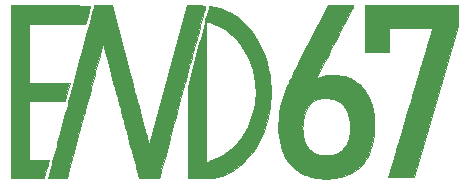
<source format=gto>
G04 #@! TF.GenerationSoftware,KiCad,Pcbnew,(5.1.4)-1*
G04 #@! TF.CreationDate,2019-11-10T23:30:46-05:00*
G04 #@! TF.ProjectId,END67vOutFirst,454e4436-3776-44f7-9574-46697273742e,rev?*
G04 #@! TF.SameCoordinates,Original*
G04 #@! TF.FileFunction,Legend,Top*
G04 #@! TF.FilePolarity,Positive*
%FSLAX46Y46*%
G04 Gerber Fmt 4.6, Leading zero omitted, Abs format (unit mm)*
G04 Created by KiCad (PCBNEW (5.1.4)-1) date 2019-11-10 23:30:46*
%MOMM*%
%LPD*%
G04 APERTURE LIST*
%ADD10C,0.010000*%
%ADD11C,3.602000*%
%ADD12C,1.852000*%
%ADD13C,4.089800*%
%ADD14O,1.802000X2.802000*%
%ADD15C,3.150000*%
G04 APERTURE END LIST*
D10*
G36*
X73089526Y-192918291D02*
G01*
X73090553Y-193833750D01*
X71210985Y-200199386D01*
X69331416Y-206565023D01*
X68244330Y-206565261D01*
X67157244Y-206565500D01*
X67171622Y-206507291D01*
X67178764Y-206482552D01*
X67197546Y-206418815D01*
X67227502Y-206317649D01*
X67268165Y-206180621D01*
X67319068Y-206009299D01*
X67379743Y-205805251D01*
X67449724Y-205570044D01*
X67528544Y-205305247D01*
X67615735Y-205012426D01*
X67710831Y-204693151D01*
X67813365Y-204348988D01*
X67922869Y-203981505D01*
X68038876Y-203592270D01*
X68160920Y-203182851D01*
X68288534Y-202754815D01*
X68421250Y-202309730D01*
X68558601Y-201849164D01*
X68700120Y-201374685D01*
X68845341Y-200887861D01*
X68993797Y-200390258D01*
X69047167Y-200211385D01*
X69196488Y-199710896D01*
X69342657Y-199220901D01*
X69485210Y-198742952D01*
X69623685Y-198278601D01*
X69757621Y-197829402D01*
X69886554Y-197396905D01*
X70010023Y-196982664D01*
X70127565Y-196588231D01*
X70238718Y-196215158D01*
X70343019Y-195864997D01*
X70440007Y-195539301D01*
X70529218Y-195239621D01*
X70610192Y-194967511D01*
X70682464Y-194724523D01*
X70745574Y-194512208D01*
X70799059Y-194332119D01*
X70842456Y-194185809D01*
X70875304Y-194074829D01*
X70897139Y-194000732D01*
X70907500Y-193965071D01*
X70908333Y-193961927D01*
X70887673Y-193960169D01*
X70827717Y-193958492D01*
X70731505Y-193956913D01*
X70602074Y-193955452D01*
X70442462Y-193954129D01*
X70255707Y-193952963D01*
X70044849Y-193951974D01*
X69812924Y-193951181D01*
X69562971Y-193950602D01*
X69298029Y-193950259D01*
X69066833Y-193950166D01*
X67225333Y-193950166D01*
X67225333Y-196045666D01*
X65172166Y-196045666D01*
X65172166Y-192002833D01*
X73088500Y-192002833D01*
X73089526Y-192918291D01*
X73089526Y-192918291D01*
G37*
X73089526Y-192918291D02*
X73090553Y-193833750D01*
X71210985Y-200199386D01*
X69331416Y-206565023D01*
X68244330Y-206565261D01*
X67157244Y-206565500D01*
X67171622Y-206507291D01*
X67178764Y-206482552D01*
X67197546Y-206418815D01*
X67227502Y-206317649D01*
X67268165Y-206180621D01*
X67319068Y-206009299D01*
X67379743Y-205805251D01*
X67449724Y-205570044D01*
X67528544Y-205305247D01*
X67615735Y-205012426D01*
X67710831Y-204693151D01*
X67813365Y-204348988D01*
X67922869Y-203981505D01*
X68038876Y-203592270D01*
X68160920Y-203182851D01*
X68288534Y-202754815D01*
X68421250Y-202309730D01*
X68558601Y-201849164D01*
X68700120Y-201374685D01*
X68845341Y-200887861D01*
X68993797Y-200390258D01*
X69047167Y-200211385D01*
X69196488Y-199710896D01*
X69342657Y-199220901D01*
X69485210Y-198742952D01*
X69623685Y-198278601D01*
X69757621Y-197829402D01*
X69886554Y-197396905D01*
X70010023Y-196982664D01*
X70127565Y-196588231D01*
X70238718Y-196215158D01*
X70343019Y-195864997D01*
X70440007Y-195539301D01*
X70529218Y-195239621D01*
X70610192Y-194967511D01*
X70682464Y-194724523D01*
X70745574Y-194512208D01*
X70799059Y-194332119D01*
X70842456Y-194185809D01*
X70875304Y-194074829D01*
X70897139Y-194000732D01*
X70907500Y-193965071D01*
X70908333Y-193961927D01*
X70887673Y-193960169D01*
X70827717Y-193958492D01*
X70731505Y-193956913D01*
X70602074Y-193955452D01*
X70442462Y-193954129D01*
X70255707Y-193952963D01*
X70044849Y-193951974D01*
X69812924Y-193951181D01*
X69562971Y-193950602D01*
X69298029Y-193950259D01*
X69066833Y-193950166D01*
X67225333Y-193950166D01*
X67225333Y-196045666D01*
X65172166Y-196045666D01*
X65172166Y-192002833D01*
X73088500Y-192002833D01*
X73089526Y-192918291D01*
G36*
X52086489Y-192081428D02*
G01*
X52507044Y-192162352D01*
X52901460Y-192271011D01*
X53277933Y-192410566D01*
X53644654Y-192584179D01*
X54009820Y-192795013D01*
X54121276Y-192866641D01*
X54401925Y-193066645D01*
X54682813Y-193298479D01*
X54968889Y-193566278D01*
X55022750Y-193620066D01*
X55371683Y-194001372D01*
X55694029Y-194414184D01*
X55988636Y-194856168D01*
X56254351Y-195324992D01*
X56490023Y-195818321D01*
X56694500Y-196333822D01*
X56866631Y-196869161D01*
X57005262Y-197422004D01*
X57074686Y-197777113D01*
X57109186Y-197981931D01*
X57137028Y-198166246D01*
X57158875Y-198338614D01*
X57175392Y-198507591D01*
X57187243Y-198681733D01*
X57195092Y-198869596D01*
X57199605Y-199079734D01*
X57201445Y-199320704D01*
X57201580Y-199411166D01*
X57200750Y-199657154D01*
X57197676Y-199869426D01*
X57191720Y-200056571D01*
X57182245Y-200227176D01*
X57168610Y-200389829D01*
X57150180Y-200553118D01*
X57126315Y-200725630D01*
X57096377Y-200915954D01*
X57084393Y-200988083D01*
X56967101Y-201568477D01*
X56813252Y-202132310D01*
X56623676Y-202677671D01*
X56399205Y-203202649D01*
X56140671Y-203705332D01*
X55848905Y-204183807D01*
X55524738Y-204636164D01*
X55464009Y-204713416D01*
X55351633Y-204847506D01*
X55217510Y-204996445D01*
X55070013Y-205151763D01*
X54917516Y-205304985D01*
X54768393Y-205447639D01*
X54631017Y-205571252D01*
X54546500Y-205641778D01*
X54193606Y-205901903D01*
X53824007Y-206132770D01*
X53443561Y-206331353D01*
X53058127Y-206494624D01*
X52673563Y-206619557D01*
X52632643Y-206630546D01*
X52398083Y-206692230D01*
X51292125Y-206692365D01*
X50186166Y-206692500D01*
X50186166Y-199370259D01*
X51731333Y-199370259D01*
X51731342Y-199964770D01*
X51731374Y-200518397D01*
X51731438Y-201032588D01*
X51731545Y-201508792D01*
X51731701Y-201948458D01*
X51731918Y-202353035D01*
X51732203Y-202723972D01*
X51732566Y-203062716D01*
X51733015Y-203370718D01*
X51733560Y-203649426D01*
X51734210Y-203900289D01*
X51734974Y-204124755D01*
X51735861Y-204324274D01*
X51736879Y-204500294D01*
X51738039Y-204654265D01*
X51739348Y-204787634D01*
X51740816Y-204901850D01*
X51742453Y-204998364D01*
X51744267Y-205078622D01*
X51746266Y-205144075D01*
X51748461Y-205196171D01*
X51750860Y-205236359D01*
X51753472Y-205266087D01*
X51756307Y-205286805D01*
X51759373Y-205299961D01*
X51762679Y-205307004D01*
X51766234Y-205309382D01*
X51768375Y-205309207D01*
X51803984Y-205299129D01*
X51869359Y-205280487D01*
X51953577Y-205256399D01*
X52006500Y-205241234D01*
X52404599Y-205105595D01*
X52795104Y-204929896D01*
X53174605Y-204716202D01*
X53539694Y-204466579D01*
X53886961Y-204183092D01*
X54126479Y-203956728D01*
X54460883Y-203590972D01*
X54762792Y-203198507D01*
X55031787Y-202780251D01*
X55267447Y-202337120D01*
X55469355Y-201870033D01*
X55637091Y-201379907D01*
X55770236Y-200867660D01*
X55868370Y-200334209D01*
X55903322Y-200067333D01*
X55915117Y-199927764D01*
X55923111Y-199755997D01*
X55927381Y-199561987D01*
X55928002Y-199355691D01*
X55925051Y-199147066D01*
X55918604Y-198946068D01*
X55908736Y-198762654D01*
X55895524Y-198606781D01*
X55891925Y-198575083D01*
X55810538Y-198055762D01*
X55694093Y-197552659D01*
X55543668Y-197067634D01*
X55360339Y-196602547D01*
X55145183Y-196159259D01*
X54899277Y-195739629D01*
X54623698Y-195345518D01*
X54319524Y-194978787D01*
X53987830Y-194641295D01*
X53629694Y-194334904D01*
X53299087Y-194096181D01*
X53002699Y-193915705D01*
X52685325Y-193752676D01*
X52359630Y-193612885D01*
X52038275Y-193502122D01*
X51937123Y-193473404D01*
X51852695Y-193450918D01*
X51785468Y-193433266D01*
X51744617Y-193422842D01*
X51736625Y-193421053D01*
X51736181Y-193441933D01*
X51735747Y-193503457D01*
X51735324Y-193603933D01*
X51734915Y-193741672D01*
X51734519Y-193914983D01*
X51734140Y-194122175D01*
X51733778Y-194361560D01*
X51733435Y-194631445D01*
X51733112Y-194930142D01*
X51732811Y-195255960D01*
X51732534Y-195607208D01*
X51732281Y-195982196D01*
X51732055Y-196379234D01*
X51731857Y-196796631D01*
X51731688Y-197232698D01*
X51731550Y-197685744D01*
X51731445Y-198154079D01*
X51731373Y-198636012D01*
X51731337Y-199129853D01*
X51731333Y-199370259D01*
X50186166Y-199370259D01*
X50186166Y-198940519D01*
X51076719Y-195614551D01*
X51175104Y-195247155D01*
X51270818Y-194889815D01*
X51363260Y-194544771D01*
X51451830Y-194214264D01*
X51535926Y-193900532D01*
X51614947Y-193605818D01*
X51688292Y-193332361D01*
X51755360Y-193082401D01*
X51815550Y-192858180D01*
X51868261Y-192661937D01*
X51912892Y-192495912D01*
X51948841Y-192362346D01*
X51975508Y-192263480D01*
X51992291Y-192201553D01*
X51998084Y-192180511D01*
X52017867Y-192117873D01*
X52036184Y-192087107D01*
X52061348Y-192078899D01*
X52086489Y-192081428D01*
X52086489Y-192081428D01*
G37*
X52086489Y-192081428D02*
X52507044Y-192162352D01*
X52901460Y-192271011D01*
X53277933Y-192410566D01*
X53644654Y-192584179D01*
X54009820Y-192795013D01*
X54121276Y-192866641D01*
X54401925Y-193066645D01*
X54682813Y-193298479D01*
X54968889Y-193566278D01*
X55022750Y-193620066D01*
X55371683Y-194001372D01*
X55694029Y-194414184D01*
X55988636Y-194856168D01*
X56254351Y-195324992D01*
X56490023Y-195818321D01*
X56694500Y-196333822D01*
X56866631Y-196869161D01*
X57005262Y-197422004D01*
X57074686Y-197777113D01*
X57109186Y-197981931D01*
X57137028Y-198166246D01*
X57158875Y-198338614D01*
X57175392Y-198507591D01*
X57187243Y-198681733D01*
X57195092Y-198869596D01*
X57199605Y-199079734D01*
X57201445Y-199320704D01*
X57201580Y-199411166D01*
X57200750Y-199657154D01*
X57197676Y-199869426D01*
X57191720Y-200056571D01*
X57182245Y-200227176D01*
X57168610Y-200389829D01*
X57150180Y-200553118D01*
X57126315Y-200725630D01*
X57096377Y-200915954D01*
X57084393Y-200988083D01*
X56967101Y-201568477D01*
X56813252Y-202132310D01*
X56623676Y-202677671D01*
X56399205Y-203202649D01*
X56140671Y-203705332D01*
X55848905Y-204183807D01*
X55524738Y-204636164D01*
X55464009Y-204713416D01*
X55351633Y-204847506D01*
X55217510Y-204996445D01*
X55070013Y-205151763D01*
X54917516Y-205304985D01*
X54768393Y-205447639D01*
X54631017Y-205571252D01*
X54546500Y-205641778D01*
X54193606Y-205901903D01*
X53824007Y-206132770D01*
X53443561Y-206331353D01*
X53058127Y-206494624D01*
X52673563Y-206619557D01*
X52632643Y-206630546D01*
X52398083Y-206692230D01*
X51292125Y-206692365D01*
X50186166Y-206692500D01*
X50186166Y-199370259D01*
X51731333Y-199370259D01*
X51731342Y-199964770D01*
X51731374Y-200518397D01*
X51731438Y-201032588D01*
X51731545Y-201508792D01*
X51731701Y-201948458D01*
X51731918Y-202353035D01*
X51732203Y-202723972D01*
X51732566Y-203062716D01*
X51733015Y-203370718D01*
X51733560Y-203649426D01*
X51734210Y-203900289D01*
X51734974Y-204124755D01*
X51735861Y-204324274D01*
X51736879Y-204500294D01*
X51738039Y-204654265D01*
X51739348Y-204787634D01*
X51740816Y-204901850D01*
X51742453Y-204998364D01*
X51744267Y-205078622D01*
X51746266Y-205144075D01*
X51748461Y-205196171D01*
X51750860Y-205236359D01*
X51753472Y-205266087D01*
X51756307Y-205286805D01*
X51759373Y-205299961D01*
X51762679Y-205307004D01*
X51766234Y-205309382D01*
X51768375Y-205309207D01*
X51803984Y-205299129D01*
X51869359Y-205280487D01*
X51953577Y-205256399D01*
X52006500Y-205241234D01*
X52404599Y-205105595D01*
X52795104Y-204929896D01*
X53174605Y-204716202D01*
X53539694Y-204466579D01*
X53886961Y-204183092D01*
X54126479Y-203956728D01*
X54460883Y-203590972D01*
X54762792Y-203198507D01*
X55031787Y-202780251D01*
X55267447Y-202337120D01*
X55469355Y-201870033D01*
X55637091Y-201379907D01*
X55770236Y-200867660D01*
X55868370Y-200334209D01*
X55903322Y-200067333D01*
X55915117Y-199927764D01*
X55923111Y-199755997D01*
X55927381Y-199561987D01*
X55928002Y-199355691D01*
X55925051Y-199147066D01*
X55918604Y-198946068D01*
X55908736Y-198762654D01*
X55895524Y-198606781D01*
X55891925Y-198575083D01*
X55810538Y-198055762D01*
X55694093Y-197552659D01*
X55543668Y-197067634D01*
X55360339Y-196602547D01*
X55145183Y-196159259D01*
X54899277Y-195739629D01*
X54623698Y-195345518D01*
X54319524Y-194978787D01*
X53987830Y-194641295D01*
X53629694Y-194334904D01*
X53299087Y-194096181D01*
X53002699Y-193915705D01*
X52685325Y-193752676D01*
X52359630Y-193612885D01*
X52038275Y-193502122D01*
X51937123Y-193473404D01*
X51852695Y-193450918D01*
X51785468Y-193433266D01*
X51744617Y-193422842D01*
X51736625Y-193421053D01*
X51736181Y-193441933D01*
X51735747Y-193503457D01*
X51735324Y-193603933D01*
X51734915Y-193741672D01*
X51734519Y-193914983D01*
X51734140Y-194122175D01*
X51733778Y-194361560D01*
X51733435Y-194631445D01*
X51733112Y-194930142D01*
X51732811Y-195255960D01*
X51732534Y-195607208D01*
X51732281Y-195982196D01*
X51732055Y-196379234D01*
X51731857Y-196796631D01*
X51731688Y-197232698D01*
X51731550Y-197685744D01*
X51731445Y-198154079D01*
X51731373Y-198636012D01*
X51731337Y-199129853D01*
X51731333Y-199370259D01*
X50186166Y-199370259D01*
X50186166Y-198940519D01*
X51076719Y-195614551D01*
X51175104Y-195247155D01*
X51270818Y-194889815D01*
X51363260Y-194544771D01*
X51451830Y-194214264D01*
X51535926Y-193900532D01*
X51614947Y-193605818D01*
X51688292Y-193332361D01*
X51755360Y-193082401D01*
X51815550Y-192858180D01*
X51868261Y-192661937D01*
X51912892Y-192495912D01*
X51948841Y-192362346D01*
X51975508Y-192263480D01*
X51992291Y-192201553D01*
X51998084Y-192180511D01*
X52017867Y-192117873D01*
X52036184Y-192087107D01*
X52061348Y-192078899D01*
X52086489Y-192081428D01*
G36*
X51114036Y-192066761D02*
G01*
X51299253Y-192068084D01*
X51446085Y-192070359D01*
X51556501Y-192073643D01*
X51632472Y-192077995D01*
X51675966Y-192083472D01*
X51689000Y-192089724D01*
X51683604Y-192113777D01*
X51667932Y-192175817D01*
X51642757Y-192272965D01*
X51608852Y-192402343D01*
X51566989Y-192561071D01*
X51517942Y-192746269D01*
X51462483Y-192955061D01*
X51401386Y-193184565D01*
X51335424Y-193431904D01*
X51265368Y-193694199D01*
X51191993Y-193968569D01*
X51116071Y-194252138D01*
X51038375Y-194542025D01*
X50959678Y-194835352D01*
X50880753Y-195129239D01*
X50802373Y-195420808D01*
X50725311Y-195707180D01*
X50650339Y-195985476D01*
X50578231Y-196252817D01*
X50509760Y-196506324D01*
X50445698Y-196743118D01*
X50386818Y-196960319D01*
X50333894Y-197155050D01*
X50287699Y-197324431D01*
X50249004Y-197465584D01*
X50218584Y-197575628D01*
X50197210Y-197651686D01*
X50185657Y-197690878D01*
X50183962Y-197695582D01*
X50177295Y-197717964D01*
X50160302Y-197778975D01*
X50133592Y-197876350D01*
X50097770Y-198007828D01*
X50053444Y-198171145D01*
X50001220Y-198364039D01*
X49941707Y-198584248D01*
X49875511Y-198829508D01*
X49803238Y-199097556D01*
X49725497Y-199386131D01*
X49642894Y-199692969D01*
X49556035Y-200015807D01*
X49465529Y-200352383D01*
X49371982Y-200700435D01*
X49276002Y-201057699D01*
X49178194Y-201421912D01*
X49079167Y-201790813D01*
X48979527Y-202162138D01*
X48879882Y-202533624D01*
X48780838Y-202903009D01*
X48683002Y-203268030D01*
X48586982Y-203626425D01*
X48493385Y-203975930D01*
X48402817Y-204314283D01*
X48315885Y-204639221D01*
X48233198Y-204948482D01*
X48155361Y-205239802D01*
X48082981Y-205510920D01*
X48016667Y-205759572D01*
X47957024Y-205983495D01*
X47904660Y-206180427D01*
X47860182Y-206348106D01*
X47824197Y-206484268D01*
X47797312Y-206586650D01*
X47780134Y-206652991D01*
X47773270Y-206681026D01*
X47773166Y-206681759D01*
X47752743Y-206684091D01*
X47694447Y-206686249D01*
X47602738Y-206688176D01*
X47482076Y-206689817D01*
X47336921Y-206691116D01*
X47171734Y-206692016D01*
X46990975Y-206692461D01*
X46918705Y-206692500D01*
X46064245Y-206692500D01*
X46030582Y-206570791D01*
X46022277Y-206540140D01*
X46003472Y-206470305D01*
X45974624Y-206362990D01*
X45936191Y-206219903D01*
X45888629Y-206042749D01*
X45832397Y-205833233D01*
X45767952Y-205593061D01*
X45695751Y-205323940D01*
X45616252Y-205027575D01*
X45529913Y-204705671D01*
X45437191Y-204359936D01*
X45338543Y-203992074D01*
X45234428Y-203603791D01*
X45125302Y-203196793D01*
X45011623Y-202772786D01*
X44893849Y-202333476D01*
X44772437Y-201880569D01*
X44647845Y-201415770D01*
X44520530Y-200940785D01*
X44502004Y-200871666D01*
X44374736Y-200396881D01*
X44250319Y-199932812D01*
X44129198Y-199481118D01*
X44011819Y-199043459D01*
X43898628Y-198621494D01*
X43790069Y-198216880D01*
X43686589Y-197831278D01*
X43588633Y-197466347D01*
X43496647Y-197123744D01*
X43411076Y-196805130D01*
X43332366Y-196512164D01*
X43260962Y-196246503D01*
X43197310Y-196009808D01*
X43141856Y-195803737D01*
X43095045Y-195629949D01*
X43057322Y-195490104D01*
X43029134Y-195385860D01*
X43010926Y-195318876D01*
X43003143Y-195290811D01*
X43002880Y-195290016D01*
X42996955Y-195309325D01*
X42981013Y-195366549D01*
X42955855Y-195458674D01*
X42922285Y-195582688D01*
X42881106Y-195735578D01*
X42833120Y-195914331D01*
X42779129Y-196115935D01*
X42719937Y-196337376D01*
X42656346Y-196575643D01*
X42589159Y-196827721D01*
X42519179Y-197090599D01*
X42447208Y-197361264D01*
X42374049Y-197636703D01*
X42300504Y-197913902D01*
X42227377Y-198189850D01*
X42155470Y-198461534D01*
X42085586Y-198725940D01*
X42018528Y-198980057D01*
X41955097Y-199220870D01*
X41918975Y-199358250D01*
X41872455Y-199534402D01*
X41828700Y-199698365D01*
X41788992Y-199845460D01*
X41754613Y-199971008D01*
X41726846Y-200070331D01*
X41706975Y-200138750D01*
X41696282Y-200171586D01*
X41695542Y-200173166D01*
X41688210Y-200196848D01*
X41670727Y-200258895D01*
X41643776Y-200356747D01*
X41608042Y-200487845D01*
X41564206Y-200649631D01*
X41512952Y-200839545D01*
X41454964Y-201055028D01*
X41390924Y-201293522D01*
X41321516Y-201552467D01*
X41247423Y-201829303D01*
X41169328Y-202121473D01*
X41087915Y-202426417D01*
X41003867Y-202741576D01*
X40917866Y-203064391D01*
X40830597Y-203392302D01*
X40742742Y-203722752D01*
X40654985Y-204053180D01*
X40568008Y-204381028D01*
X40482496Y-204703737D01*
X40399131Y-205018747D01*
X40318597Y-205323500D01*
X40241576Y-205615436D01*
X40172544Y-205877583D01*
X40127427Y-206049068D01*
X40085454Y-206208558D01*
X40047907Y-206351189D01*
X40016065Y-206472098D01*
X39991212Y-206566418D01*
X39974626Y-206629288D01*
X39967694Y-206655458D01*
X39962759Y-206664960D01*
X39950922Y-206672690D01*
X39928196Y-206678829D01*
X39890597Y-206683559D01*
X39834141Y-206687060D01*
X39754841Y-206689515D01*
X39648715Y-206691105D01*
X39511776Y-206692011D01*
X39340040Y-206692415D01*
X39154438Y-206692500D01*
X38948748Y-206692403D01*
X38781508Y-206691991D01*
X38648837Y-206691084D01*
X38546851Y-206689499D01*
X38471669Y-206687055D01*
X38419407Y-206683570D01*
X38386184Y-206678864D01*
X38368116Y-206672754D01*
X38361322Y-206665059D01*
X38361919Y-206655598D01*
X38361959Y-206655458D01*
X38369736Y-206627140D01*
X38387152Y-206562703D01*
X38412924Y-206466927D01*
X38445769Y-206344593D01*
X38484403Y-206200480D01*
X38527543Y-206039370D01*
X38573905Y-205866043D01*
X38576478Y-205856416D01*
X38613343Y-205718575D01*
X38659937Y-205544457D01*
X38715024Y-205338676D01*
X38777368Y-205105843D01*
X38845735Y-204850571D01*
X38918888Y-204577473D01*
X38995592Y-204291161D01*
X39074611Y-203996248D01*
X39154711Y-203697346D01*
X39234655Y-203399068D01*
X39285179Y-203210583D01*
X39369932Y-202894384D01*
X39459663Y-202559542D01*
X39552640Y-202212528D01*
X39647129Y-201859812D01*
X39741397Y-201507865D01*
X39833713Y-201163157D01*
X39922342Y-200832159D01*
X40005552Y-200521340D01*
X40081609Y-200237171D01*
X40148782Y-199986123D01*
X40161031Y-199940333D01*
X40223956Y-199705155D01*
X40296250Y-199435074D01*
X40376309Y-199136073D01*
X40462530Y-198814135D01*
X40553309Y-198475244D01*
X40647045Y-198125384D01*
X40742134Y-197770538D01*
X40836973Y-197416690D01*
X40929959Y-197069823D01*
X41019488Y-196735920D01*
X41071204Y-196543083D01*
X41155557Y-196228500D01*
X41242669Y-195903493D01*
X41331137Y-195573307D01*
X41419557Y-195243185D01*
X41506525Y-194918369D01*
X41590638Y-194604104D01*
X41670493Y-194305632D01*
X41744686Y-194028198D01*
X41811813Y-193777044D01*
X41870472Y-193557415D01*
X41909696Y-193410416D01*
X41966875Y-193196169D01*
X42021639Y-192991275D01*
X42072859Y-192799937D01*
X42119407Y-192626357D01*
X42160155Y-192474737D01*
X42193973Y-192349278D01*
X42219733Y-192254184D01*
X42236306Y-192193654D01*
X42240854Y-192177458D01*
X42272837Y-192066333D01*
X43006876Y-192066516D01*
X43740916Y-192066699D01*
X45295779Y-197871474D01*
X45425933Y-198357341D01*
X45553428Y-198833220D01*
X45677819Y-199297443D01*
X45798657Y-199748342D01*
X45915496Y-200184250D01*
X46027888Y-200603500D01*
X46135385Y-201004425D01*
X46237540Y-201385357D01*
X46333906Y-201744628D01*
X46424035Y-202080571D01*
X46507481Y-202391520D01*
X46583795Y-202675806D01*
X46652531Y-202931762D01*
X46713240Y-203157720D01*
X46765476Y-203352014D01*
X46808792Y-203512976D01*
X46842739Y-203638939D01*
X46866870Y-203728234D01*
X46880739Y-203779196D01*
X46883788Y-203790136D01*
X46916934Y-203904023D01*
X48502430Y-197985178D01*
X50087927Y-192066333D01*
X50888463Y-192066333D01*
X51114036Y-192066761D01*
X51114036Y-192066761D01*
G37*
X51114036Y-192066761D02*
X51299253Y-192068084D01*
X51446085Y-192070359D01*
X51556501Y-192073643D01*
X51632472Y-192077995D01*
X51675966Y-192083472D01*
X51689000Y-192089724D01*
X51683604Y-192113777D01*
X51667932Y-192175817D01*
X51642757Y-192272965D01*
X51608852Y-192402343D01*
X51566989Y-192561071D01*
X51517942Y-192746269D01*
X51462483Y-192955061D01*
X51401386Y-193184565D01*
X51335424Y-193431904D01*
X51265368Y-193694199D01*
X51191993Y-193968569D01*
X51116071Y-194252138D01*
X51038375Y-194542025D01*
X50959678Y-194835352D01*
X50880753Y-195129239D01*
X50802373Y-195420808D01*
X50725311Y-195707180D01*
X50650339Y-195985476D01*
X50578231Y-196252817D01*
X50509760Y-196506324D01*
X50445698Y-196743118D01*
X50386818Y-196960319D01*
X50333894Y-197155050D01*
X50287699Y-197324431D01*
X50249004Y-197465584D01*
X50218584Y-197575628D01*
X50197210Y-197651686D01*
X50185657Y-197690878D01*
X50183962Y-197695582D01*
X50177295Y-197717964D01*
X50160302Y-197778975D01*
X50133592Y-197876350D01*
X50097770Y-198007828D01*
X50053444Y-198171145D01*
X50001220Y-198364039D01*
X49941707Y-198584248D01*
X49875511Y-198829508D01*
X49803238Y-199097556D01*
X49725497Y-199386131D01*
X49642894Y-199692969D01*
X49556035Y-200015807D01*
X49465529Y-200352383D01*
X49371982Y-200700435D01*
X49276002Y-201057699D01*
X49178194Y-201421912D01*
X49079167Y-201790813D01*
X48979527Y-202162138D01*
X48879882Y-202533624D01*
X48780838Y-202903009D01*
X48683002Y-203268030D01*
X48586982Y-203626425D01*
X48493385Y-203975930D01*
X48402817Y-204314283D01*
X48315885Y-204639221D01*
X48233198Y-204948482D01*
X48155361Y-205239802D01*
X48082981Y-205510920D01*
X48016667Y-205759572D01*
X47957024Y-205983495D01*
X47904660Y-206180427D01*
X47860182Y-206348106D01*
X47824197Y-206484268D01*
X47797312Y-206586650D01*
X47780134Y-206652991D01*
X47773270Y-206681026D01*
X47773166Y-206681759D01*
X47752743Y-206684091D01*
X47694447Y-206686249D01*
X47602738Y-206688176D01*
X47482076Y-206689817D01*
X47336921Y-206691116D01*
X47171734Y-206692016D01*
X46990975Y-206692461D01*
X46918705Y-206692500D01*
X46064245Y-206692500D01*
X46030582Y-206570791D01*
X46022277Y-206540140D01*
X46003472Y-206470305D01*
X45974624Y-206362990D01*
X45936191Y-206219903D01*
X45888629Y-206042749D01*
X45832397Y-205833233D01*
X45767952Y-205593061D01*
X45695751Y-205323940D01*
X45616252Y-205027575D01*
X45529913Y-204705671D01*
X45437191Y-204359936D01*
X45338543Y-203992074D01*
X45234428Y-203603791D01*
X45125302Y-203196793D01*
X45011623Y-202772786D01*
X44893849Y-202333476D01*
X44772437Y-201880569D01*
X44647845Y-201415770D01*
X44520530Y-200940785D01*
X44502004Y-200871666D01*
X44374736Y-200396881D01*
X44250319Y-199932812D01*
X44129198Y-199481118D01*
X44011819Y-199043459D01*
X43898628Y-198621494D01*
X43790069Y-198216880D01*
X43686589Y-197831278D01*
X43588633Y-197466347D01*
X43496647Y-197123744D01*
X43411076Y-196805130D01*
X43332366Y-196512164D01*
X43260962Y-196246503D01*
X43197310Y-196009808D01*
X43141856Y-195803737D01*
X43095045Y-195629949D01*
X43057322Y-195490104D01*
X43029134Y-195385860D01*
X43010926Y-195318876D01*
X43003143Y-195290811D01*
X43002880Y-195290016D01*
X42996955Y-195309325D01*
X42981013Y-195366549D01*
X42955855Y-195458674D01*
X42922285Y-195582688D01*
X42881106Y-195735578D01*
X42833120Y-195914331D01*
X42779129Y-196115935D01*
X42719937Y-196337376D01*
X42656346Y-196575643D01*
X42589159Y-196827721D01*
X42519179Y-197090599D01*
X42447208Y-197361264D01*
X42374049Y-197636703D01*
X42300504Y-197913902D01*
X42227377Y-198189850D01*
X42155470Y-198461534D01*
X42085586Y-198725940D01*
X42018528Y-198980057D01*
X41955097Y-199220870D01*
X41918975Y-199358250D01*
X41872455Y-199534402D01*
X41828700Y-199698365D01*
X41788992Y-199845460D01*
X41754613Y-199971008D01*
X41726846Y-200070331D01*
X41706975Y-200138750D01*
X41696282Y-200171586D01*
X41695542Y-200173166D01*
X41688210Y-200196848D01*
X41670727Y-200258895D01*
X41643776Y-200356747D01*
X41608042Y-200487845D01*
X41564206Y-200649631D01*
X41512952Y-200839545D01*
X41454964Y-201055028D01*
X41390924Y-201293522D01*
X41321516Y-201552467D01*
X41247423Y-201829303D01*
X41169328Y-202121473D01*
X41087915Y-202426417D01*
X41003867Y-202741576D01*
X40917866Y-203064391D01*
X40830597Y-203392302D01*
X40742742Y-203722752D01*
X40654985Y-204053180D01*
X40568008Y-204381028D01*
X40482496Y-204703737D01*
X40399131Y-205018747D01*
X40318597Y-205323500D01*
X40241576Y-205615436D01*
X40172544Y-205877583D01*
X40127427Y-206049068D01*
X40085454Y-206208558D01*
X40047907Y-206351189D01*
X40016065Y-206472098D01*
X39991212Y-206566418D01*
X39974626Y-206629288D01*
X39967694Y-206655458D01*
X39962759Y-206664960D01*
X39950922Y-206672690D01*
X39928196Y-206678829D01*
X39890597Y-206683559D01*
X39834141Y-206687060D01*
X39754841Y-206689515D01*
X39648715Y-206691105D01*
X39511776Y-206692011D01*
X39340040Y-206692415D01*
X39154438Y-206692500D01*
X38948748Y-206692403D01*
X38781508Y-206691991D01*
X38648837Y-206691084D01*
X38546851Y-206689499D01*
X38471669Y-206687055D01*
X38419407Y-206683570D01*
X38386184Y-206678864D01*
X38368116Y-206672754D01*
X38361322Y-206665059D01*
X38361919Y-206655598D01*
X38361959Y-206655458D01*
X38369736Y-206627140D01*
X38387152Y-206562703D01*
X38412924Y-206466927D01*
X38445769Y-206344593D01*
X38484403Y-206200480D01*
X38527543Y-206039370D01*
X38573905Y-205866043D01*
X38576478Y-205856416D01*
X38613343Y-205718575D01*
X38659937Y-205544457D01*
X38715024Y-205338676D01*
X38777368Y-205105843D01*
X38845735Y-204850571D01*
X38918888Y-204577473D01*
X38995592Y-204291161D01*
X39074611Y-203996248D01*
X39154711Y-203697346D01*
X39234655Y-203399068D01*
X39285179Y-203210583D01*
X39369932Y-202894384D01*
X39459663Y-202559542D01*
X39552640Y-202212528D01*
X39647129Y-201859812D01*
X39741397Y-201507865D01*
X39833713Y-201163157D01*
X39922342Y-200832159D01*
X40005552Y-200521340D01*
X40081609Y-200237171D01*
X40148782Y-199986123D01*
X40161031Y-199940333D01*
X40223956Y-199705155D01*
X40296250Y-199435074D01*
X40376309Y-199136073D01*
X40462530Y-198814135D01*
X40553309Y-198475244D01*
X40647045Y-198125384D01*
X40742134Y-197770538D01*
X40836973Y-197416690D01*
X40929959Y-197069823D01*
X41019488Y-196735920D01*
X41071204Y-196543083D01*
X41155557Y-196228500D01*
X41242669Y-195903493D01*
X41331137Y-195573307D01*
X41419557Y-195243185D01*
X41506525Y-194918369D01*
X41590638Y-194604104D01*
X41670493Y-194305632D01*
X41744686Y-194028198D01*
X41811813Y-193777044D01*
X41870472Y-193557415D01*
X41909696Y-193410416D01*
X41966875Y-193196169D01*
X42021639Y-192991275D01*
X42072859Y-192799937D01*
X42119407Y-192626357D01*
X42160155Y-192474737D01*
X42193973Y-192349278D01*
X42219733Y-192254184D01*
X42236306Y-192193654D01*
X42240854Y-192177458D01*
X42272837Y-192066333D01*
X43006876Y-192066516D01*
X43740916Y-192066699D01*
X45295779Y-197871474D01*
X45425933Y-198357341D01*
X45553428Y-198833220D01*
X45677819Y-199297443D01*
X45798657Y-199748342D01*
X45915496Y-200184250D01*
X46027888Y-200603500D01*
X46135385Y-201004425D01*
X46237540Y-201385357D01*
X46333906Y-201744628D01*
X46424035Y-202080571D01*
X46507481Y-202391520D01*
X46583795Y-202675806D01*
X46652531Y-202931762D01*
X46713240Y-203157720D01*
X46765476Y-203352014D01*
X46808792Y-203512976D01*
X46842739Y-203638939D01*
X46866870Y-203728234D01*
X46880739Y-203779196D01*
X46883788Y-203790136D01*
X46916934Y-203904023D01*
X48502430Y-197985178D01*
X50087927Y-192066333D01*
X50888463Y-192066333D01*
X51114036Y-192066761D01*
G36*
X39068752Y-192066431D02*
G01*
X39509326Y-192066730D01*
X39909539Y-192067236D01*
X40270380Y-192067957D01*
X40592834Y-192068899D01*
X40877888Y-192070068D01*
X41126529Y-192071473D01*
X41339743Y-192073118D01*
X41518517Y-192075012D01*
X41663838Y-192077161D01*
X41776692Y-192079571D01*
X41858065Y-192082250D01*
X41908945Y-192085204D01*
X41930317Y-192088440D01*
X41931166Y-192089275D01*
X41925906Y-192113647D01*
X41911133Y-192173189D01*
X41888356Y-192262200D01*
X41859084Y-192374976D01*
X41824827Y-192505815D01*
X41787094Y-192649015D01*
X41747395Y-192798874D01*
X41707240Y-192949689D01*
X41668137Y-193095757D01*
X41631596Y-193231376D01*
X41599126Y-193350843D01*
X41572238Y-193448457D01*
X41557646Y-193500375D01*
X41525996Y-193611500D01*
X36787666Y-193611500D01*
X36787666Y-198606582D01*
X40188160Y-198617416D01*
X39984127Y-199379416D01*
X39780095Y-200141416D01*
X38283880Y-200146850D01*
X36787666Y-200152283D01*
X36787666Y-205147333D01*
X37615431Y-205147333D01*
X37832202Y-205147596D01*
X38009850Y-205148453D01*
X38151581Y-205150010D01*
X38260602Y-205152368D01*
X38340121Y-205155633D01*
X38393344Y-205159907D01*
X38423478Y-205165295D01*
X38433730Y-205171900D01*
X38433549Y-205173791D01*
X38426045Y-205199701D01*
X38408944Y-205261771D01*
X38383530Y-205355248D01*
X38351086Y-205475382D01*
X38312894Y-205617421D01*
X38270239Y-205776613D01*
X38224909Y-205946308D01*
X38025916Y-206692367D01*
X36634208Y-206692433D01*
X35242500Y-206692500D01*
X35242500Y-192066333D01*
X38586833Y-192066333D01*
X39068752Y-192066431D01*
X39068752Y-192066431D01*
G37*
X39068752Y-192066431D02*
X39509326Y-192066730D01*
X39909539Y-192067236D01*
X40270380Y-192067957D01*
X40592834Y-192068899D01*
X40877888Y-192070068D01*
X41126529Y-192071473D01*
X41339743Y-192073118D01*
X41518517Y-192075012D01*
X41663838Y-192077161D01*
X41776692Y-192079571D01*
X41858065Y-192082250D01*
X41908945Y-192085204D01*
X41930317Y-192088440D01*
X41931166Y-192089275D01*
X41925906Y-192113647D01*
X41911133Y-192173189D01*
X41888356Y-192262200D01*
X41859084Y-192374976D01*
X41824827Y-192505815D01*
X41787094Y-192649015D01*
X41747395Y-192798874D01*
X41707240Y-192949689D01*
X41668137Y-193095757D01*
X41631596Y-193231376D01*
X41599126Y-193350843D01*
X41572238Y-193448457D01*
X41557646Y-193500375D01*
X41525996Y-193611500D01*
X36787666Y-193611500D01*
X36787666Y-198606582D01*
X40188160Y-198617416D01*
X39984127Y-199379416D01*
X39780095Y-200141416D01*
X38283880Y-200146850D01*
X36787666Y-200152283D01*
X36787666Y-205147333D01*
X37615431Y-205147333D01*
X37832202Y-205147596D01*
X38009850Y-205148453D01*
X38151581Y-205150010D01*
X38260602Y-205152368D01*
X38340121Y-205155633D01*
X38393344Y-205159907D01*
X38423478Y-205165295D01*
X38433730Y-205171900D01*
X38433549Y-205173791D01*
X38426045Y-205199701D01*
X38408944Y-205261771D01*
X38383530Y-205355248D01*
X38351086Y-205475382D01*
X38312894Y-205617421D01*
X38270239Y-205776613D01*
X38224909Y-205946308D01*
X38025916Y-206692367D01*
X36634208Y-206692433D01*
X35242500Y-206692500D01*
X35242500Y-192066333D01*
X38586833Y-192066333D01*
X39068752Y-192066431D01*
G36*
X63334189Y-192024260D02*
G01*
X63531825Y-192025007D01*
X63712180Y-192026192D01*
X63871315Y-192027763D01*
X64005293Y-192029672D01*
X64110177Y-192031869D01*
X64182031Y-192034303D01*
X64216916Y-192036924D01*
X64219666Y-192037911D01*
X64210182Y-192057954D01*
X64182397Y-192113706D01*
X64137315Y-192203199D01*
X64075937Y-192324467D01*
X63999267Y-192475542D01*
X63908306Y-192654457D01*
X63804057Y-192859243D01*
X63687524Y-193087934D01*
X63559707Y-193338563D01*
X63421610Y-193609162D01*
X63274236Y-193897763D01*
X63118586Y-194202399D01*
X62955663Y-194521103D01*
X62786471Y-194851908D01*
X62616291Y-195184482D01*
X62441872Y-195525282D01*
X62272670Y-195855936D01*
X62109690Y-196174474D01*
X61953941Y-196478923D01*
X61806430Y-196767314D01*
X61668164Y-197037675D01*
X61540151Y-197288038D01*
X61423398Y-197516429D01*
X61318913Y-197720880D01*
X61227702Y-197899419D01*
X61150774Y-198050076D01*
X61089136Y-198170880D01*
X61043795Y-198259861D01*
X61015758Y-198315047D01*
X61006046Y-198334431D01*
X61018587Y-198332123D01*
X61058017Y-198310283D01*
X61116370Y-198273404D01*
X61128606Y-198265290D01*
X61361994Y-198134648D01*
X61622689Y-198036038D01*
X61910225Y-197969537D01*
X62224138Y-197935226D01*
X62563962Y-197933184D01*
X62907463Y-197960861D01*
X63198666Y-198004131D01*
X63461316Y-198062943D01*
X63707477Y-198140907D01*
X63949214Y-198241635D01*
X64108368Y-198320338D01*
X64336622Y-198450562D01*
X64540091Y-198592005D01*
X64732616Y-198755073D01*
X64882834Y-198902669D01*
X65114503Y-199170585D01*
X65317826Y-199465173D01*
X65493115Y-199787334D01*
X65640680Y-200137973D01*
X65760833Y-200517993D01*
X65853884Y-200928296D01*
X65920144Y-201369785D01*
X65959924Y-201843364D01*
X65968963Y-202057000D01*
X65968612Y-202555159D01*
X65936609Y-203030951D01*
X65873242Y-203483182D01*
X65778798Y-203910660D01*
X65653564Y-204312191D01*
X65497827Y-204686580D01*
X65311875Y-205032635D01*
X65217679Y-205179887D01*
X64990602Y-205479813D01*
X64735501Y-205748121D01*
X64452736Y-205984602D01*
X64142666Y-206189048D01*
X63805651Y-206361250D01*
X63442050Y-206500997D01*
X63052223Y-206608083D01*
X62636529Y-206682297D01*
X62632166Y-206682882D01*
X62492048Y-206697788D01*
X62323034Y-206709719D01*
X62136938Y-206718366D01*
X61945576Y-206723417D01*
X61760763Y-206724560D01*
X61594312Y-206721484D01*
X61458039Y-206713879D01*
X61457416Y-206713826D01*
X61022850Y-206659244D01*
X60615031Y-206572102D01*
X60234095Y-206452490D01*
X59880181Y-206300494D01*
X59553426Y-206116205D01*
X59253968Y-205899709D01*
X58981943Y-205651096D01*
X58737489Y-205370454D01*
X58520744Y-205057871D01*
X58331845Y-204713436D01*
X58325081Y-204699435D01*
X58171335Y-204333672D01*
X58048172Y-203941553D01*
X57955459Y-203525850D01*
X57893060Y-203089338D01*
X57860841Y-202634788D01*
X57859954Y-202443012D01*
X59901666Y-202443012D01*
X59915462Y-202801395D01*
X59957054Y-203128525D01*
X60026747Y-203425343D01*
X60124846Y-203692787D01*
X60251657Y-203931800D01*
X60407484Y-204143319D01*
X60479160Y-204221625D01*
X60679615Y-204398451D01*
X60903283Y-204540571D01*
X61151023Y-204648403D01*
X61423694Y-204722362D01*
X61557951Y-204745155D01*
X61666379Y-204754642D01*
X61803760Y-204758214D01*
X61957199Y-204756328D01*
X62113797Y-204749443D01*
X62260659Y-204738019D01*
X62384887Y-204722513D01*
X62431083Y-204714095D01*
X62700407Y-204637487D01*
X62946336Y-204526041D01*
X63167548Y-204381042D01*
X63362722Y-204203774D01*
X63530538Y-203995522D01*
X63669675Y-203757570D01*
X63778811Y-203491203D01*
X63816562Y-203366878D01*
X63859539Y-203173616D01*
X63892400Y-202950389D01*
X63914490Y-202708496D01*
X63925151Y-202459237D01*
X63923725Y-202213910D01*
X63909557Y-201983815D01*
X63901381Y-201908278D01*
X63842511Y-201564670D01*
X63753662Y-201250832D01*
X63634856Y-200966813D01*
X63486114Y-200712663D01*
X63307459Y-200488433D01*
X63257491Y-200436422D01*
X63057868Y-200262127D01*
X62840924Y-200123069D01*
X62604442Y-200018468D01*
X62346204Y-199947546D01*
X62063994Y-199909523D01*
X61755595Y-199903618D01*
X61743166Y-199904023D01*
X61499696Y-199921935D01*
X61286701Y-199959583D01*
X61095857Y-200019769D01*
X60918840Y-200105297D01*
X60747325Y-200218968D01*
X60700712Y-200254981D01*
X60510764Y-200432785D01*
X60345734Y-200643953D01*
X60206048Y-200887325D01*
X60092128Y-201161737D01*
X60004401Y-201466028D01*
X59943290Y-201799035D01*
X59909220Y-202159595D01*
X59901666Y-202443012D01*
X57859954Y-202443012D01*
X57858668Y-202164974D01*
X57886405Y-201682668D01*
X57943918Y-201190644D01*
X58031072Y-200691675D01*
X58147734Y-200188533D01*
X58293767Y-199683991D01*
X58469038Y-199180823D01*
X58610121Y-198828375D01*
X58629149Y-198786996D01*
X58666246Y-198709922D01*
X58720373Y-198599234D01*
X58790489Y-198457013D01*
X58875556Y-198285340D01*
X58974532Y-198086296D01*
X59086378Y-197861960D01*
X59210055Y-197614414D01*
X59344523Y-197345739D01*
X59488741Y-197058015D01*
X59641671Y-196753323D01*
X59802272Y-196433743D01*
X59969504Y-196101357D01*
X60142329Y-195758245D01*
X60319705Y-195406488D01*
X60362990Y-195320708D01*
X62026750Y-192024000D01*
X63123208Y-192024000D01*
X63334189Y-192024260D01*
X63334189Y-192024260D01*
G37*
X63334189Y-192024260D02*
X63531825Y-192025007D01*
X63712180Y-192026192D01*
X63871315Y-192027763D01*
X64005293Y-192029672D01*
X64110177Y-192031869D01*
X64182031Y-192034303D01*
X64216916Y-192036924D01*
X64219666Y-192037911D01*
X64210182Y-192057954D01*
X64182397Y-192113706D01*
X64137315Y-192203199D01*
X64075937Y-192324467D01*
X63999267Y-192475542D01*
X63908306Y-192654457D01*
X63804057Y-192859243D01*
X63687524Y-193087934D01*
X63559707Y-193338563D01*
X63421610Y-193609162D01*
X63274236Y-193897763D01*
X63118586Y-194202399D01*
X62955663Y-194521103D01*
X62786471Y-194851908D01*
X62616291Y-195184482D01*
X62441872Y-195525282D01*
X62272670Y-195855936D01*
X62109690Y-196174474D01*
X61953941Y-196478923D01*
X61806430Y-196767314D01*
X61668164Y-197037675D01*
X61540151Y-197288038D01*
X61423398Y-197516429D01*
X61318913Y-197720880D01*
X61227702Y-197899419D01*
X61150774Y-198050076D01*
X61089136Y-198170880D01*
X61043795Y-198259861D01*
X61015758Y-198315047D01*
X61006046Y-198334431D01*
X61018587Y-198332123D01*
X61058017Y-198310283D01*
X61116370Y-198273404D01*
X61128606Y-198265290D01*
X61361994Y-198134648D01*
X61622689Y-198036038D01*
X61910225Y-197969537D01*
X62224138Y-197935226D01*
X62563962Y-197933184D01*
X62907463Y-197960861D01*
X63198666Y-198004131D01*
X63461316Y-198062943D01*
X63707477Y-198140907D01*
X63949214Y-198241635D01*
X64108368Y-198320338D01*
X64336622Y-198450562D01*
X64540091Y-198592005D01*
X64732616Y-198755073D01*
X64882834Y-198902669D01*
X65114503Y-199170585D01*
X65317826Y-199465173D01*
X65493115Y-199787334D01*
X65640680Y-200137973D01*
X65760833Y-200517993D01*
X65853884Y-200928296D01*
X65920144Y-201369785D01*
X65959924Y-201843364D01*
X65968963Y-202057000D01*
X65968612Y-202555159D01*
X65936609Y-203030951D01*
X65873242Y-203483182D01*
X65778798Y-203910660D01*
X65653564Y-204312191D01*
X65497827Y-204686580D01*
X65311875Y-205032635D01*
X65217679Y-205179887D01*
X64990602Y-205479813D01*
X64735501Y-205748121D01*
X64452736Y-205984602D01*
X64142666Y-206189048D01*
X63805651Y-206361250D01*
X63442050Y-206500997D01*
X63052223Y-206608083D01*
X62636529Y-206682297D01*
X62632166Y-206682882D01*
X62492048Y-206697788D01*
X62323034Y-206709719D01*
X62136938Y-206718366D01*
X61945576Y-206723417D01*
X61760763Y-206724560D01*
X61594312Y-206721484D01*
X61458039Y-206713879D01*
X61457416Y-206713826D01*
X61022850Y-206659244D01*
X60615031Y-206572102D01*
X60234095Y-206452490D01*
X59880181Y-206300494D01*
X59553426Y-206116205D01*
X59253968Y-205899709D01*
X58981943Y-205651096D01*
X58737489Y-205370454D01*
X58520744Y-205057871D01*
X58331845Y-204713436D01*
X58325081Y-204699435D01*
X58171335Y-204333672D01*
X58048172Y-203941553D01*
X57955459Y-203525850D01*
X57893060Y-203089338D01*
X57860841Y-202634788D01*
X57859954Y-202443012D01*
X59901666Y-202443012D01*
X59915462Y-202801395D01*
X59957054Y-203128525D01*
X60026747Y-203425343D01*
X60124846Y-203692787D01*
X60251657Y-203931800D01*
X60407484Y-204143319D01*
X60479160Y-204221625D01*
X60679615Y-204398451D01*
X60903283Y-204540571D01*
X61151023Y-204648403D01*
X61423694Y-204722362D01*
X61557951Y-204745155D01*
X61666379Y-204754642D01*
X61803760Y-204758214D01*
X61957199Y-204756328D01*
X62113797Y-204749443D01*
X62260659Y-204738019D01*
X62384887Y-204722513D01*
X62431083Y-204714095D01*
X62700407Y-204637487D01*
X62946336Y-204526041D01*
X63167548Y-204381042D01*
X63362722Y-204203774D01*
X63530538Y-203995522D01*
X63669675Y-203757570D01*
X63778811Y-203491203D01*
X63816562Y-203366878D01*
X63859539Y-203173616D01*
X63892400Y-202950389D01*
X63914490Y-202708496D01*
X63925151Y-202459237D01*
X63923725Y-202213910D01*
X63909557Y-201983815D01*
X63901381Y-201908278D01*
X63842511Y-201564670D01*
X63753662Y-201250832D01*
X63634856Y-200966813D01*
X63486114Y-200712663D01*
X63307459Y-200488433D01*
X63257491Y-200436422D01*
X63057868Y-200262127D01*
X62840924Y-200123069D01*
X62604442Y-200018468D01*
X62346204Y-199947546D01*
X62063994Y-199909523D01*
X61755595Y-199903618D01*
X61743166Y-199904023D01*
X61499696Y-199921935D01*
X61286701Y-199959583D01*
X61095857Y-200019769D01*
X60918840Y-200105297D01*
X60747325Y-200218968D01*
X60700712Y-200254981D01*
X60510764Y-200432785D01*
X60345734Y-200643953D01*
X60206048Y-200887325D01*
X60092128Y-201161737D01*
X60004401Y-201466028D01*
X59943290Y-201799035D01*
X59909220Y-202159595D01*
X59901666Y-202443012D01*
X57859954Y-202443012D01*
X57858668Y-202164974D01*
X57886405Y-201682668D01*
X57943918Y-201190644D01*
X58031072Y-200691675D01*
X58147734Y-200188533D01*
X58293767Y-199683991D01*
X58469038Y-199180823D01*
X58610121Y-198828375D01*
X58629149Y-198786996D01*
X58666246Y-198709922D01*
X58720373Y-198599234D01*
X58790489Y-198457013D01*
X58875556Y-198285340D01*
X58974532Y-198086296D01*
X59086378Y-197861960D01*
X59210055Y-197614414D01*
X59344523Y-197345739D01*
X59488741Y-197058015D01*
X59641671Y-196753323D01*
X59802272Y-196433743D01*
X59969504Y-196101357D01*
X60142329Y-195758245D01*
X60319705Y-195406488D01*
X60362990Y-195320708D01*
X62026750Y-192024000D01*
X63123208Y-192024000D01*
X63334189Y-192024260D01*
%LPC*%
D11*
X148971000Y-159575500D03*
X281178000Y-159543750D03*
X216693750Y-188118750D03*
X216693750Y-100806250D03*
X284162500Y-121443750D03*
X307181250Y-145256250D03*
X91281250Y-140493750D03*
X153193750Y-121443750D03*
X216693750Y-140493750D03*
X353218750Y-174625000D03*
X364331250Y-92075000D03*
X103187500Y-188912500D03*
X57943750Y-174625000D03*
X304800000Y-188912500D03*
X43656250Y-92075000D03*
D12*
X170180000Y-111918750D03*
X160020000Y-111918750D03*
D13*
X165100000Y-111918750D03*
D14*
X342425000Y-85026500D03*
X349725000Y-85026500D03*
X349725000Y-89526500D03*
X342425000Y-89526500D03*
D12*
X365442500Y-192881250D03*
X355282500Y-192881250D03*
D13*
X360362500Y-192881250D03*
D12*
X346392500Y-192881250D03*
X336232500Y-192881250D03*
D13*
X341312500Y-192881250D03*
D12*
X327342500Y-192881250D03*
X317182500Y-192881250D03*
D13*
X322262500Y-192881250D03*
D12*
X291623750Y-188118750D03*
X281463750Y-188118750D03*
D13*
X286543750Y-188118750D03*
D12*
X267811250Y-188118750D03*
X257651250Y-188118750D03*
D13*
X262731250Y-188118750D03*
D12*
X346392500Y-173831250D03*
X336232500Y-173831250D03*
D13*
X341312500Y-173831250D03*
D12*
X315436250Y-169068750D03*
X305276250Y-169068750D03*
D13*
X310356250Y-169068750D03*
D12*
X289242500Y-169068750D03*
X279082500Y-169068750D03*
D13*
X284162500Y-169068750D03*
D12*
X270192500Y-169068750D03*
X260032500Y-169068750D03*
D13*
X265112500Y-169068750D03*
D12*
X365442500Y-111918750D03*
X355282500Y-111918750D03*
D13*
X360362500Y-111918750D03*
X336581750Y-158273750D03*
X312705750Y-158273750D03*
D15*
X336581750Y-143033750D03*
X312705750Y-143033750D03*
D12*
X329723750Y-150018750D03*
X319563750Y-150018750D03*
D13*
X324643750Y-150018750D03*
D12*
X298767500Y-150018750D03*
X288607500Y-150018750D03*
D13*
X293687500Y-150018750D03*
D12*
X279717500Y-150018750D03*
X269557500Y-150018750D03*
D13*
X274637500Y-150018750D03*
D12*
X260667500Y-150018750D03*
X250507500Y-150018750D03*
D13*
X255587500Y-150018750D03*
D12*
X336867500Y-130968750D03*
X326707500Y-130968750D03*
D13*
X331787500Y-130968750D03*
D12*
X313055000Y-130968750D03*
X302895000Y-130968750D03*
D13*
X307975000Y-130968750D03*
D12*
X294005000Y-130968750D03*
X283845000Y-130968750D03*
D13*
X288925000Y-130968750D03*
D12*
X274955000Y-130968750D03*
X264795000Y-130968750D03*
D13*
X269875000Y-130968750D03*
D12*
X255905000Y-130968750D03*
X245745000Y-130968750D03*
D13*
X250825000Y-130968750D03*
X338963000Y-120173750D03*
X315087000Y-120173750D03*
D15*
X338963000Y-104933750D03*
X315087000Y-104933750D03*
D12*
X332105000Y-111918750D03*
X321945000Y-111918750D03*
D13*
X327025000Y-111918750D03*
D12*
X303530000Y-111918750D03*
X293370000Y-111918750D03*
D13*
X298450000Y-111918750D03*
D12*
X284480000Y-111918750D03*
X274320000Y-111918750D03*
D13*
X279400000Y-111918750D03*
D12*
X265430000Y-111918750D03*
X255270000Y-111918750D03*
D13*
X260350000Y-111918750D03*
D12*
X246380000Y-111918750D03*
X236220000Y-111918750D03*
D13*
X241300000Y-111918750D03*
X241293650Y-196373750D03*
X141293850Y-196373750D03*
D15*
X241293650Y-181133750D03*
X141293850Y-181133750D03*
D12*
X196373750Y-188118750D03*
X186213750Y-188118750D03*
D13*
X191293750Y-188118750D03*
D12*
X124936250Y-188118750D03*
X114776250Y-188118750D03*
D13*
X119856250Y-188118750D03*
D12*
X77311250Y-188118750D03*
X67151250Y-188118750D03*
D13*
X72231250Y-188118750D03*
D12*
X251142500Y-169068750D03*
X240982500Y-169068750D03*
D13*
X246062500Y-169068750D03*
D12*
X232092500Y-169068750D03*
X221932500Y-169068750D03*
D13*
X227012500Y-169068750D03*
D12*
X213042500Y-169068750D03*
X202882500Y-169068750D03*
D13*
X207962500Y-169068750D03*
D12*
X193878750Y-169082500D03*
X183718750Y-169082500D03*
D13*
X188798750Y-169082500D03*
D12*
X174942500Y-169068750D03*
X164782500Y-169068750D03*
D13*
X169862500Y-169068750D03*
D12*
X155892500Y-169068750D03*
X145732500Y-169068750D03*
D13*
X150812500Y-169068750D03*
D12*
X136842500Y-169068750D03*
X126682500Y-169068750D03*
D13*
X131762500Y-169068750D03*
D12*
X117792500Y-169068750D03*
X107632500Y-169068750D03*
D13*
X112712500Y-169068750D03*
X93694250Y-177323750D03*
X69818250Y-177323750D03*
D15*
X93694250Y-162083750D03*
X69818250Y-162083750D03*
D12*
X86836250Y-169068750D03*
X76676250Y-169068750D03*
D13*
X81756250Y-169068750D03*
D12*
X51117500Y-169068750D03*
X40957500Y-169068750D03*
D13*
X46037500Y-169068750D03*
D12*
X241617500Y-150018750D03*
X231457500Y-150018750D03*
D13*
X236537500Y-150018750D03*
D12*
X222567500Y-150018750D03*
X212407500Y-150018750D03*
D13*
X217487500Y-150018750D03*
D12*
X203517500Y-150018750D03*
X193357500Y-150018750D03*
D13*
X198437500Y-150018750D03*
D12*
X184467500Y-150018750D03*
X174307500Y-150018750D03*
D13*
X179387500Y-150018750D03*
D12*
X165417500Y-150018750D03*
X155257500Y-150018750D03*
D13*
X160337500Y-150018750D03*
D12*
X146367500Y-150018750D03*
X136207500Y-150018750D03*
D13*
X141287500Y-150018750D03*
D12*
X127317500Y-150018750D03*
X117157500Y-150018750D03*
D13*
X122237500Y-150018750D03*
D12*
X108267500Y-150018750D03*
X98107500Y-150018750D03*
D13*
X103187500Y-150018750D03*
D12*
X82073750Y-150018750D03*
X71913750Y-150018750D03*
D13*
X76993750Y-150018750D03*
D12*
X51117500Y-150018750D03*
X40957500Y-150018750D03*
D13*
X46037500Y-150018750D03*
D12*
X236855000Y-130968750D03*
X226695000Y-130968750D03*
D13*
X231775000Y-130968750D03*
D12*
X217805000Y-130968750D03*
X207645000Y-130968750D03*
D13*
X212725000Y-130968750D03*
D12*
X198755000Y-130968750D03*
X188595000Y-130968750D03*
D13*
X193675000Y-130968750D03*
D12*
X179705000Y-130968750D03*
X169545000Y-130968750D03*
D13*
X174625000Y-130968750D03*
D12*
X160655000Y-130968750D03*
X150495000Y-130968750D03*
D13*
X155575000Y-130968750D03*
D12*
X141605000Y-130968750D03*
X131445000Y-130968750D03*
D13*
X136525000Y-130968750D03*
D12*
X122555000Y-130968750D03*
X112395000Y-130968750D03*
D13*
X117475000Y-130968750D03*
D12*
X103505000Y-130968750D03*
X93345000Y-130968750D03*
D13*
X98425000Y-130968750D03*
D12*
X79692500Y-130968750D03*
X69532500Y-130968750D03*
D13*
X74612500Y-130968750D03*
D12*
X51117500Y-130968750D03*
X40957500Y-130968750D03*
D13*
X46037500Y-130968750D03*
D12*
X227330000Y-111918750D03*
X217170000Y-111918750D03*
D13*
X222250000Y-111918750D03*
D12*
X208280000Y-111918750D03*
X198120000Y-111918750D03*
D13*
X203200000Y-111918750D03*
D12*
X189230000Y-111918750D03*
X179070000Y-111918750D03*
D13*
X184150000Y-111918750D03*
D12*
X151130000Y-111918750D03*
X140970000Y-111918750D03*
D13*
X146050000Y-111918750D03*
D12*
X132080000Y-111918750D03*
X121920000Y-111918750D03*
D13*
X127000000Y-111918750D03*
D12*
X113030000Y-111918750D03*
X102870000Y-111918750D03*
D13*
X107950000Y-111918750D03*
D12*
X93980000Y-111918750D03*
X83820000Y-111918750D03*
D13*
X88900000Y-111918750D03*
D12*
X74930000Y-111918750D03*
X64770000Y-111918750D03*
D13*
X69850000Y-111918750D03*
D12*
X51117500Y-111918750D03*
X40957500Y-111918750D03*
D13*
X46037500Y-111918750D03*
M02*

</source>
